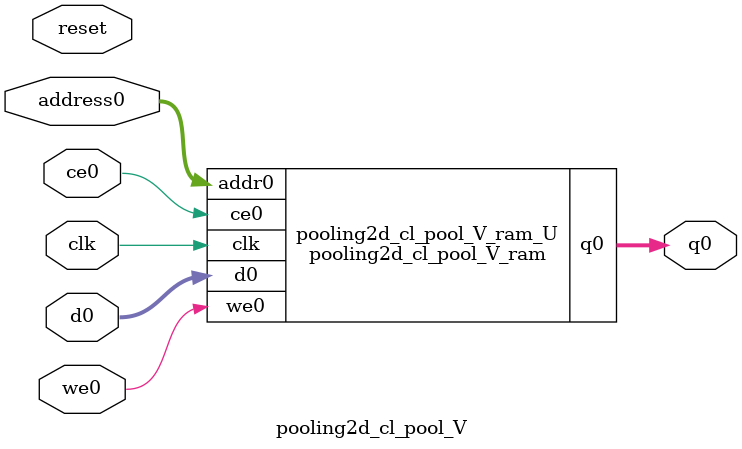
<source format=v>
`timescale 1 ns / 1 ps
module pooling2d_cl_pool_V_ram (addr0, ce0, d0, we0, q0,  clk);

parameter DWIDTH = 14;
parameter AWIDTH = 2;
parameter MEM_SIZE = 4;

input[AWIDTH-1:0] addr0;
input ce0;
input[DWIDTH-1:0] d0;
input we0;
output reg[DWIDTH-1:0] q0;
input clk;

(* ram_style = "distributed" *)reg [DWIDTH-1:0] ram[0:MEM_SIZE-1];




always @(posedge clk)  
begin 
    if (ce0) 
    begin
        if (we0) 
        begin 
            ram[addr0] <= d0; 
        end 
        q0 <= ram[addr0];
    end
end


endmodule

`timescale 1 ns / 1 ps
module pooling2d_cl_pool_V(
    reset,
    clk,
    address0,
    ce0,
    we0,
    d0,
    q0);

parameter DataWidth = 32'd14;
parameter AddressRange = 32'd4;
parameter AddressWidth = 32'd2;
input reset;
input clk;
input[AddressWidth - 1:0] address0;
input ce0;
input we0;
input[DataWidth - 1:0] d0;
output[DataWidth - 1:0] q0;



pooling2d_cl_pool_V_ram pooling2d_cl_pool_V_ram_U(
    .clk( clk ),
    .addr0( address0 ),
    .ce0( ce0 ),
    .we0( we0 ),
    .d0( d0 ),
    .q0( q0 ));

endmodule


</source>
